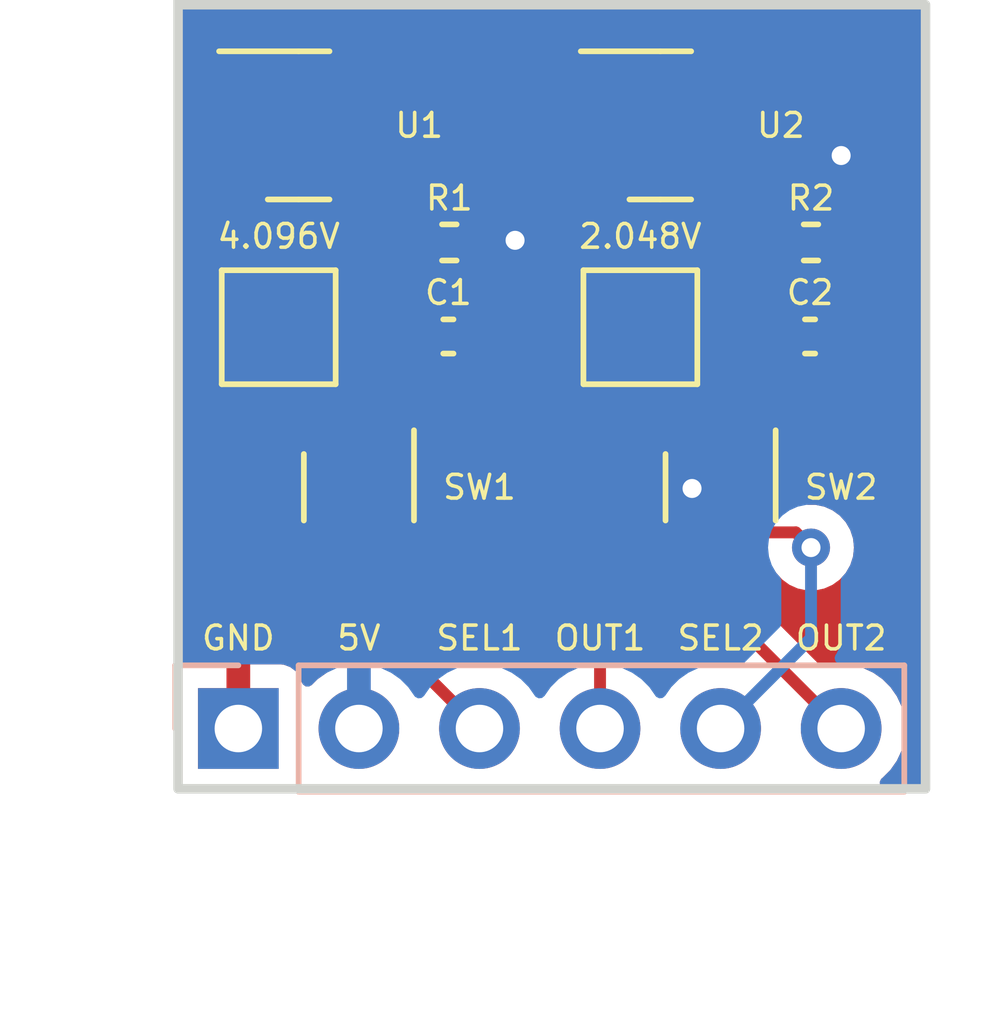
<source format=kicad_pcb>
(kicad_pcb (version 20221018) (generator pcbnew)
  (layers (0 "F.Cu" signal) (31 "B.Cu" signal) (34 "B.Paste" user) (35 "F.Paste" user) (36 "B.SilkS" user "B.Silkscreen") (37 "F.SilkS" user "F.Silkscreen") (38 "B.Mask" user) (39 "F.Mask" user) (44 "Edge.Cuts" user))
  (net 0 "")
  (net 1 "/+4.096VREF")
  (net 2 "Earth")
  (net 3 "/+2.048VREF")
  (net 4 "+5V")
  (net 5 "/SEL_1")
  (net 6 "/OUTPUT_1")
  (net 7 "/SEL_2")
  (net 8 "/OUTPUT_2")
  (footprint "Capacitor_SMD:C_0402_1005Metric" (layer "F.Cu") (at 5.695 6.985)
    (fp_text reference "C1" (at 0 -0.924) (layer "F.SilkS") (effects (font (size 0.5 0.5) (thickness 0.075))))
    (fp_text value "1u")
    (fp_line (start -0.107836 -0.36) (end 0.107836 -0.36) (stroke (width 0.12)) (layer "F.SilkS"))
    (fp_line (start -0.107836 0.36) (end 0.107836 0.36) (stroke (width 0.12)) (layer "F.SilkS"))
    (pad "1" smd roundrect (at -0.48 0) (size 0.56 0.62) (layers "F.Cu" "F.Paste" "F.Mask") (net 1 "/+4.096VREF"))
    (pad "2" smd roundrect (at 0.48 0) (size 0.56 0.62) (layers "F.Cu" "F.Paste" "F.Mask") (net 2 "Earth"))
  )
  (footprint "Resistor_SMD:R_0402_1005Metric" (layer "F.Cu") (at 13.335 5.005)
    (fp_text reference "R2" (at 0 -0.934) (layer "F.SilkS") (effects (font (size 0.5 0.5) (thickness 0.075))))
    (fp_text value "2K2")
    (fp_line (start -0.153641 -0.38) (end 0.153641 -0.38) (stroke (width 0.12)) (layer "F.SilkS"))
    (fp_line (start -0.153641 0.38) (end 0.153641 0.38) (stroke (width 0.12)) (layer "F.SilkS"))
    (pad "1" smd roundrect (at -0.51 0) (size 0.54 0.64) (layers "F.Cu" "F.Paste" "F.Mask") (net 3 "/+2.048VREF"))
    (pad "2" smd roundrect (at 0.51 0) (size 0.54 0.64) (layers "F.Cu" "F.Paste" "F.Mask") (net 4 "+5V"))
  )
  (footprint "Resistor_SMD:R_0402_1005Metric" (layer "F.Cu") (at 5.715 5.005)
    (fp_text reference "R1" (at 0 -0.934) (layer "F.SilkS") (effects (font (size 0.5 0.5) (thickness 0.075))))
    (fp_text value "2K2")
    (fp_line (start -0.153641 -0.38) (end 0.153641 -0.38) (stroke (width 0.12)) (layer "F.SilkS"))
    (fp_line (start -0.153641 0.38) (end 0.153641 0.38) (stroke (width 0.12)) (layer "F.SilkS"))
    (pad "1" smd roundrect (at -0.51 0) (size 0.54 0.64) (layers "F.Cu" "F.Paste" "F.Mask") (net 1 "/+4.096VREF"))
    (pad "2" smd roundrect (at 0.51 0) (size 0.54 0.64) (layers "F.Cu" "F.Paste" "F.Mask") (net 4 "+5V"))
  )
  (footprint "TestPoint:TestPoint_Pad_2.0x2.0mm" (layer "F.Cu") (at 9.74 6.79)
    (fp_text reference "TP2" hide)
    (fp_text value "TestPoint")
    (fp_line (start -1.2 -1.2) (end 1.2 -1.2) (stroke (width 0.12)) (layer "F.SilkS"))
    (fp_line (start -1.2 1.2) (end -1.2 -1.2) (stroke (width 0.12)) (layer "F.SilkS"))
    (fp_line (start 1.2 -1.2) (end 1.2 1.2) (stroke (width 0.12)) (layer "F.SilkS"))
    (fp_line (start 1.2 1.2) (end -1.2 1.2) (stroke (width 0.12)) (layer "F.SilkS"))
    (pad "1" smd rect (at 0 0) (size 2 2) (layers "F.Cu" "F.Mask") (net 3 "/+2.048VREF"))
  )
  (footprint "Package_TO_SOT_SMD:SOT-23" (layer "F.Cu") (at 10.16 2.54)
    (fp_text reference "U2" (at 2.54 0) (layer "F.SilkS") (effects (font (size 0.5 0.5) (thickness 0.075))))
    (fp_text value "LM4040DBZ-2.0")
    (fp_line (start 0 -1.56) (end -1.675 -1.56) (stroke (width 0.12)) (layer "F.SilkS"))
    (fp_line (start 0 -1.56) (end 0.65 -1.56) (stroke (width 0.12)) (layer "F.SilkS"))
    (fp_line (start 0 1.56) (end -0.65 1.56) (stroke (width 0.12)) (layer "F.SilkS"))
    (fp_line (start 0 1.56) (end 0.65 1.56) (stroke (width 0.12)) (layer "F.SilkS"))
    (pad "1" smd roundrect (at -0.9375 -0.95) (size 1.475 0.6) (layers "F.Cu" "F.Paste" "F.Mask") (net 2 "Earth"))
    (pad "2" smd roundrect (at -0.9375 0.95) (size 1.475 0.6) (layers "F.Cu" "F.Paste" "F.Mask") (net 3 "/+2.048VREF"))
    (pad "3" smd roundrect (at 0.9375 0) (size 1.475 0.6) (layers "F.Cu" "F.Paste" "F.Mask"))
  )
  (footprint "Capacitor_SMD:C_0402_1005Metric" (layer "F.Cu") (at 13.315 6.985)
    (fp_text reference "C2" (at 0 -0.924) (layer "F.SilkS") (effects (font (size 0.5 0.5) (thickness 0.075))))
    (fp_text value "1u")
    (fp_line (start -0.107836 -0.36) (end 0.107836 -0.36) (stroke (width 0.12)) (layer "F.SilkS"))
    (fp_line (start -0.107836 0.36) (end 0.107836 0.36) (stroke (width 0.12)) (layer "F.SilkS"))
    (pad "1" smd roundrect (at -0.48 0) (size 0.56 0.62) (layers "F.Cu" "F.Paste" "F.Mask") (net 3 "/+2.048VREF"))
    (pad "2" smd roundrect (at 0.48 0) (size 0.56 0.62) (layers "F.Cu" "F.Paste" "F.Mask") (net 2 "Earth"))
  )
  (footprint "Package_TO_SOT_SMD:SOT-23" (layer "F.Cu") (at 2.54 2.54)
    (fp_text reference "U1" (at 2.54 0) (layer "F.SilkS") (effects (font (size 0.5 0.5) (thickness 0.075))))
    (fp_text value "LM4040DBZ-4.1")
    (fp_line (start 0 -1.56) (end -1.675 -1.56) (stroke (width 0.12)) (layer "F.SilkS"))
    (fp_line (start 0 -1.56) (end 0.65 -1.56) (stroke (width 0.12)) (layer "F.SilkS"))
    (fp_line (start 0 1.56) (end -0.65 1.56) (stroke (width 0.12)) (layer "F.SilkS"))
    (fp_line (start 0 1.56) (end 0.65 1.56) (stroke (width 0.12)) (layer "F.SilkS"))
    (pad "1" smd roundrect (at -0.9375 -0.95) (size 1.475 0.6) (layers "F.Cu" "F.Paste" "F.Mask") (net 2 "Earth"))
    (pad "2" smd roundrect (at -0.9375 0.95) (size 1.475 0.6) (layers "F.Cu" "F.Paste" "F.Mask") (net 1 "/+4.096VREF"))
    (pad "3" smd roundrect (at 0.9375 0) (size 1.475 0.6) (layers "F.Cu" "F.Paste" "F.Mask"))
  )
  (footprint "Package_TO_SOT_SMD:SOT-363_SC-70-6" (layer "F.Cu") (at 11.43 10.16 -90)
    (fp_text reference "SW2" (at 0 -2.54 -180) (layer "F.SilkS") (effects (font (size 0.5 0.5) (thickness 0.075))))
    (fp_text value "~")
    (fp_line (start -0.7 1.16) (end 0.7 1.16) (stroke (width 0.12)) (layer "F.SilkS"))
    (fp_line (start 0.7 -1.16) (end -1.2 -1.16) (stroke (width 0.12)) (layer "F.SilkS"))
    (pad "1" smd rect (at -0.95 -0.65 270) (size 0.65 0.4) (layers "F.Cu" "F.Paste" "F.Mask") (net 3 "/+2.048VREF"))
    (pad "2" smd rect (at -0.95 0 270) (size 0.65 0.4) (layers "F.Cu" "F.Paste" "F.Mask") (net 2 "Earth"))
    (pad "3" smd rect (at -0.95 0.65 270) (size 0.65 0.4) (layers "F.Cu" "F.Paste" "F.Mask") (net 1 "/+4.096VREF"))
    (pad "4" smd rect (at 0.95 0.65 270) (size 0.65 0.4) (layers "F.Cu" "F.Paste" "F.Mask") (net 8 "/OUTPUT_2"))
    (pad "5" smd rect (at 0.95 0 270) (size 0.65 0.4) (layers "F.Cu" "F.Paste" "F.Mask") (net 4 "+5V"))
    (pad "6" smd rect (at 0.95 -0.65 270) (size 0.65 0.4) (layers "F.Cu" "F.Paste" "F.Mask") (net 7 "/SEL_2"))
  )
  (footprint "TestPoint:TestPoint_Pad_2.0x2.0mm" (layer "F.Cu") (at 2.12 6.79)
    (fp_text reference "TP1" hide)
    (fp_text value "TestPoint")
    (fp_line (start -1.2 -1.2) (end 1.2 -1.2) (stroke (width 0.12)) (layer "F.SilkS"))
    (fp_line (start -1.2 1.2) (end -1.2 -1.2) (stroke (width 0.12)) (layer "F.SilkS"))
    (fp_line (start 1.2 -1.2) (end 1.2 1.2) (stroke (width 0.12)) (layer "F.SilkS"))
    (fp_line (start 1.2 1.2) (end -1.2 1.2) (stroke (width 0.12)) (layer "F.SilkS"))
    (pad "1" smd rect (at 0 0) (size 2 2) (layers "F.Cu" "F.Mask") (net 1 "/+4.096VREF"))
  )
  (footprint "Package_TO_SOT_SMD:SOT-363_SC-70-6" (layer "F.Cu") (at 3.81 10.16 -90)
    (fp_text reference "SW1" (at 0 -2.54 -180) (layer "F.SilkS") (effects (font (size 0.5 0.5) (thickness 0.075))))
    (fp_text value "~")
    (fp_line (start -0.7 1.16) (end 0.7 1.16) (stroke (width 0.12)) (layer "F.SilkS"))
    (fp_line (start 0.7 -1.16) (end -1.2 -1.16) (stroke (width 0.12)) (layer "F.SilkS"))
    (pad "1" smd rect (at -0.95 -0.65 270) (size 0.65 0.4) (layers "F.Cu" "F.Paste" "F.Mask") (net 3 "/+2.048VREF"))
    (pad "2" smd rect (at -0.95 0 270) (size 0.65 0.4) (layers "F.Cu" "F.Paste" "F.Mask") (net 2 "Earth"))
    (pad "3" smd rect (at -0.95 0.65 270) (size 0.65 0.4) (layers "F.Cu" "F.Paste" "F.Mask") (net 1 "/+4.096VREF"))
    (pad "4" smd rect (at 0.95 0.65 270) (size 0.65 0.4) (layers "F.Cu" "F.Paste" "F.Mask") (net 6 "/OUTPUT_1"))
    (pad "5" smd rect (at 0.95 0 270) (size 0.65 0.4) (layers "F.Cu" "F.Paste" "F.Mask") (net 4 "+5V"))
    (pad "6" smd rect (at 0.95 -0.65 270) (size 0.65 0.4) (layers "F.Cu" "F.Paste" "F.Mask") (net 5 "/SEL_1"))
  )
  (footprint "Connector_PinHeader_2.54mm:PinHeader_1x06_P2.54mm_Vertical" (layer "B.Cu") (at 1.27 15.24 -90)
    (fp_text reference "J1" hide)
    (fp_text value "Conn_01x06_Pin")
    (fp_line (start -1.33 -14.03) (end 1.33 -14.03) (stroke (width 0.12)) (layer "B.SilkS"))
    (fp_line (start -1.33 -1.27) (end -1.33 -14.03) (stroke (width 0.12)) (layer "B.SilkS"))
    (fp_line (start -1.33 -1.27) (end 1.33 -1.27) (stroke (width 0.12)) (layer "B.SilkS"))
    (fp_line (start -1.33 0) (end -1.33 1.33) (stroke (width 0.12)) (layer "B.SilkS"))
    (fp_line (start -1.33 1.33) (end 0 1.33) (stroke (width 0.12)) (layer "B.SilkS"))
    (fp_line (start 1.33 -1.27) (end 1.33 -14.03) (stroke (width 0.12)) (layer "B.SilkS"))
    (pad "1" thru_hole rect (at 0 0 270) (size 1.7 1.7) (drill 1) (layers "*.Cu" "*.Mask") (net 2 "Earth"))
    (pad "2" thru_hole oval (at 0 -2.54 270) (size 1.7 1.7) (drill 1) (layers "*.Cu" "*.Mask") (net 4 "+5V"))
    (pad "3" thru_hole oval (at 0 -5.08 270) (size 1.7 1.7) (drill 1) (layers "*.Cu" "*.Mask") (net 5 "/SEL_1"))
    (pad "4" thru_hole oval (at 0 -7.62 270) (size 1.7 1.7) (drill 1) (layers "*.Cu" "*.Mask") (net 6 "/OUTPUT_1"))
    (pad "5" thru_hole oval (at 0 -10.16 270) (size 1.7 1.7) (drill 1) (layers "*.Cu" "*.Mask") (net 7 "/SEL_2"))
    (pad "6" thru_hole oval (at 0 -12.7 270) (size 1.7 1.7) (drill 1) (layers "*.Cu" "*.Mask") (net 8 "/OUTPUT_2"))
  )
  (gr_rect (start 0 0) (end 15.748 16.51) (stroke (width 0.2)) (fill none) (layer "Edge.Cuts"))
  (gr_text "SEL2" (at 11.43 13.335) (layer "F.SilkS") (effects (font (size 0.5 0.5) (thickness 0.075))))
  (gr_text "5V" (at 3.81 13.335) (layer "F.SilkS") (effects (font (size 0.5 0.5) (thickness 0.075))))
  (gr_text "4.096V" (at 2.12 5.16975) (layer "F.SilkS") (effects (font (size 0.5 0.5) (thickness 0.075)) (justify bottom)))
  (gr_text "OUT2" (at 13.97 13.335) (layer "F.SilkS") (effects (font (size 0.5 0.5) (thickness 0.075))))
  (gr_text "2.048V" (at 9.74 5.16975) (layer "F.SilkS") (effects (font (size 0.5 0.5) (thickness 0.075)) (justify bottom)))
  (gr_text "SEL1" (at 6.35 13.335) (layer "F.SilkS") (effects (font (size 0.5 0.5) (thickness 0.075))))
  (gr_text "OUT1" (at 8.89 13.335) (layer "F.SilkS") (effects (font (size 0.5 0.5) (thickness 0.075))))
  (gr_text "GND" (at 1.27 13.335) (layer "F.SilkS") (effects (font (size 0.5 0.5) (thickness 0.075))))
  (segment (start 3.16 9.785) (end 3.16 9.21) (width 0.25) (layer "F.Cu") (net 1))
  (segment (start 3.16 7.83) (end 2.12 6.79) (width 0.25) (layer "F.Cu") (net 1))
  (segment (start 5.205 5.005) (end 5.205 6.975) (width 0.25) (layer "F.Cu") (net 1))
  (segment (start 10.46 8.89) (end 8.276396 8.89) (width 0.25) (layer "F.Cu") (net 1))
  (segment (start 2.12 6.79) (end 2.12 4.0075) (width 0.25) (layer "F.Cu") (net 1))
  (segment (start 5.02 6.79) (end 5.215 6.985) (width 0.25) (layer "F.Cu") (net 1))
  (segment (start 2.12 4.0075) (end 1.6025 3.49) (width 0.25) (layer "F.Cu") (net 1))
  (segment (start 10.78 9.21) (end 10.46 8.89) (width 0.25) (layer "F.Cu") (net 1))
  (segment (start 3.235 9.86) (end 3.16 9.785) (width 0.25) (layer "F.Cu") (net 1))
  (segment (start 2.12 6.79) (end 5.02 6.79) (width 0.25) (layer "F.Cu") (net 1))
  (segment (start 3.16 9.21) (end 3.16 7.83) (width 0.25) (layer "F.Cu") (net 1))
  (segment (start 5.205 6.975) (end 5.215 6.985) (width 0.25) (layer "F.Cu") (net 1))
  (segment (start 8.276396 8.89) (end 7.306396 9.86) (width 0.25) (layer "F.Cu") (net 1))
  (segment (start 7.306396 9.86) (end 3.235 9.86) (width 0.25) (layer "F.Cu") (net 1))
  (segment (start 12.7 10.16) (end 13.795 9.065) (width 0.25) (layer "F.Cu") (net 2))
  (segment (start 3.81 8.635) (end 4.19 8.255) (width 0.25) (layer "F.Cu") (net 2))
  (segment (start 11.855 10.16) (end 12.7 10.16) (width 0.25) (layer "F.Cu") (net 2))
  (segment (start 4.912609 8.255) (end 6.175 6.992609) (width 0.25) (layer "F.Cu") (net 2))
  (segment (start 13.795 9.065) (end 13.795 6.985) (width 0.25) (layer "F.Cu") (net 2))
  (segment (start 11.43 9.735) (end 11.855 10.16) (width 0.25) (layer "F.Cu") (net 2))
  (segment (start 11.43 9.21) (end 11.43 9.735) (width 0.25) (layer "F.Cu") (net 2))
  (segment (start 4.19 8.255) (end 4.912609 8.255) (width 0.25) (layer "F.Cu") (net 2))
  (segment (start 6.175 6.992609) (end 6.175 6.985) (width 0.25) (layer "F.Cu") (net 2))
  (segment (start 3.81 9.21) (end 3.81 8.635) (width 0.25) (layer "F.Cu") (net 2))
  (segment (start 4.46 9.21) (end 7.32 9.21) (width 0.25) (layer "F.Cu") (net 3))
  (segment (start 12.835 6.985) (end 12.08 7.74) (width 0.25) (layer "F.Cu") (net 3))
  (segment (start 9.2225 3.49) (end 9.74 4.0075) (width 0.25) (layer "F.Cu") (net 3))
  (segment (start 12.64 6.79) (end 12.835 6.985) (width 0.25) (layer "F.Cu") (net 3))
  (segment (start 9.74 6.79) (end 12.64 6.79) (width 0.25) (layer "F.Cu") (net 3))
  (segment (start 9.74 4.0075) (end 9.74 6.79) (width 0.25) (layer "F.Cu") (net 3))
  (segment (start 12.825 6.975) (end 12.835 6.985) (width 0.25) (layer "F.Cu") (net 3))
  (segment (start 12.825 5.005) (end 12.825 6.975) (width 0.25) (layer "F.Cu") (net 3))
  (segment (start 12.08 7.74) (end 12.08 9.21) (width 0.25) (layer "F.Cu") (net 3))
  (segment (start 7.32 9.21) (end 9.74 6.79) (width 0.25) (layer "F.Cu") (net 3))
  (segment (start 13.97 4.88) (end 13.845 5.005) (width 0.25) (layer "F.Cu") (net 4))
  (segment (start 11.43 10.585) (end 11.030498 10.185498) (width 0.25) (layer "F.Cu") (net 4))
  (segment (start 6.225 5.005) (end 7.055 5.005) (width 0.25) (layer "F.Cu") (net 4))
  (segment (start 7.055 5.005) (end 7.1 4.96) (width 0.25) (layer "F.Cu") (net 4))
  (segment (start 3.81 11.11) (end 3.81 15.24) (width 0.25) (layer "F.Cu") (net 4))
  (segment (start 11.030498 10.185498) (end 10.828563 10.185498) (width 0.25) (layer "F.Cu") (net 4))
  (segment (start 11.43 11.11) (end 11.43 10.585) (width 0.25) (layer "F.Cu") (net 4))
  (segment (start 13.97 3.175) (end 13.97 4.88) (width 0.25) (layer "F.Cu") (net 4))
  (via (at 13.97 3.175) (size 0.8) (drill 0.4) (layers "F.Cu" "B.Cu") (net 4))
  (via (at 10.828563 10.185498) (size 0.8) (drill 0.4) (layers "F.Cu" "B.Cu") (net 4))
  (via (at 7.1 4.96) (size 0.8) (drill 0.4) (layers "F.Cu" "B.Cu") (net 4))
  (segment (start 4.46 13.35) (end 6.35 15.24) (width 0.25) (layer "F.Cu") (net 5))
  (segment (start 4.46 11.11) (end 4.46 13.35) (width 0.25) (layer "F.Cu") (net 5))
  (segment (start 3.385305 10.309695) (end 8.404695 10.309695) (width 0.25) (layer "F.Cu") (net 6))
  (segment (start 8.89 10.795) (end 8.89 15.24) (width 0.25) (layer "F.Cu") (net 6))
  (segment (start 3.16 11.11) (end 3.16 10.535) (width 0.25) (layer "F.Cu") (net 6))
  (segment (start 3.16 10.535) (end 3.385305 10.309695) (width 0.25) (layer "F.Cu") (net 6))
  (segment (start 8.404695 10.309695) (end 8.89 10.795) (width 0.25) (layer "F.Cu") (net 6))
  (segment (start 13.015 11.11) (end 13.335 11.43) (width 0.25) (layer "F.Cu") (net 7))
  (segment (start 12.08 11.11) (end 13.015 11.11) (width 0.25) (layer "F.Cu") (net 7))
  (via (at 13.335 11.43) (size 0.8) (drill 0.4) (layers "F.Cu" "B.Cu") (net 7))
  (segment (start 13.335 11.43) (end 13.335 13.335) (width 0.25) (layer "B.Cu") (net 7))
  (segment (start 13.335 13.335) (end 11.43 15.24) (width 0.25) (layer "B.Cu") (net 7))
  (segment (start 10.78 11.11) (end 10.78 12.05) (width 0.25) (layer "F.Cu") (net 8))
  (segment (start 10.78 12.05) (end 13.97 15.24) (width 0.25) (layer "F.Cu") (net 8))
  (zone (net 2) (net_name "Earth") (layer "F.Cu") (connect_pads (clearance 0.5)) (min_thickness 0.25) (fill yes (thermal_gap 0.5) (thermal_bridge_width 0.5))
    (polygon (pts (xy 0 0) (xy 15.875 0) (xy 15.875 16.51) (xy 0 16.51)))
  )
  (zone (net 4) (net_name "+5V") (layer "B.Cu") (priority 1) (connect_pads (clearance 0.5)) (min_thickness 0.25) (fill yes (thermal_gap 0.5) (thermal_bridge_width 0.5))
    (polygon (pts (xy 0 0) (xy 15.875 0) (xy 15.875 16.51) (xy 0 16.51)))
  )
)
</source>
